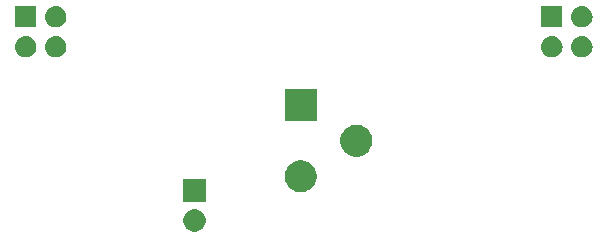
<source format=gbr>
G04 #@! TF.GenerationSoftware,KiCad,Pcbnew,(5.1.2)-2*
G04 #@! TF.CreationDate,2019-09-13T01:35:51-05:00*
G04 #@! TF.ProjectId,breadboard_power,62726561-6462-46f6-9172-645f706f7765,rev?*
G04 #@! TF.SameCoordinates,Original*
G04 #@! TF.FileFunction,Soldermask,Bot*
G04 #@! TF.FilePolarity,Negative*
%FSLAX46Y46*%
G04 Gerber Fmt 4.6, Leading zero omitted, Abs format (unit mm)*
G04 Created by KiCad (PCBNEW (5.1.2)-2) date 2019-09-13 01:35:51*
%MOMM*%
%LPD*%
G04 APERTURE LIST*
%ADD10C,0.100000*%
G04 APERTURE END LIST*
D10*
G36*
X44027338Y-42335738D02*
G01*
X44200373Y-42407412D01*
X44356100Y-42511465D01*
X44488535Y-42643900D01*
X44592588Y-42799627D01*
X44664262Y-42972662D01*
X44700800Y-43156354D01*
X44700800Y-43343646D01*
X44664262Y-43527338D01*
X44592588Y-43700373D01*
X44488535Y-43856100D01*
X44356100Y-43988535D01*
X44200373Y-44092588D01*
X44027338Y-44164262D01*
X43843646Y-44200800D01*
X43656354Y-44200800D01*
X43472662Y-44164262D01*
X43299627Y-44092588D01*
X43143900Y-43988535D01*
X43011465Y-43856100D01*
X42907412Y-43700373D01*
X42835738Y-43527338D01*
X42799200Y-43343646D01*
X42799200Y-43156354D01*
X42835738Y-42972662D01*
X42907412Y-42799627D01*
X43011465Y-42643900D01*
X43143900Y-42511465D01*
X43299627Y-42407412D01*
X43472662Y-42335738D01*
X43656354Y-42299200D01*
X43843646Y-42299200D01*
X44027338Y-42335738D01*
X44027338Y-42335738D01*
G37*
G36*
X44700800Y-41660800D02*
G01*
X42799200Y-41660800D01*
X42799200Y-39759200D01*
X44700800Y-39759200D01*
X44700800Y-41660800D01*
X44700800Y-41660800D01*
G37*
G36*
X53144014Y-38201110D02*
G01*
X53389843Y-38302936D01*
X53611086Y-38450766D01*
X53799234Y-38638914D01*
X53947064Y-38860157D01*
X54048890Y-39105986D01*
X54100800Y-39366958D01*
X54100800Y-39633042D01*
X54048890Y-39894014D01*
X53947064Y-40139843D01*
X53799234Y-40361086D01*
X53611086Y-40549234D01*
X53389843Y-40697064D01*
X53144014Y-40798890D01*
X52883042Y-40850800D01*
X52616958Y-40850800D01*
X52355986Y-40798890D01*
X52110157Y-40697064D01*
X51888914Y-40549234D01*
X51700766Y-40361086D01*
X51552936Y-40139843D01*
X51451110Y-39894014D01*
X51399200Y-39633042D01*
X51399200Y-39366958D01*
X51451110Y-39105986D01*
X51552936Y-38860157D01*
X51700766Y-38638914D01*
X51888914Y-38450766D01*
X52110157Y-38302936D01*
X52355986Y-38201110D01*
X52616958Y-38149200D01*
X52883042Y-38149200D01*
X53144014Y-38201110D01*
X53144014Y-38201110D01*
G37*
G36*
X57844014Y-35201110D02*
G01*
X58089843Y-35302936D01*
X58311086Y-35450766D01*
X58499234Y-35638914D01*
X58647064Y-35860157D01*
X58748890Y-36105986D01*
X58800800Y-36366958D01*
X58800800Y-36633042D01*
X58748890Y-36894014D01*
X58647064Y-37139843D01*
X58499234Y-37361086D01*
X58311086Y-37549234D01*
X58089843Y-37697064D01*
X57844014Y-37798890D01*
X57583042Y-37850800D01*
X57316958Y-37850800D01*
X57055986Y-37798890D01*
X56810157Y-37697064D01*
X56588914Y-37549234D01*
X56400766Y-37361086D01*
X56252936Y-37139843D01*
X56151110Y-36894014D01*
X56099200Y-36633042D01*
X56099200Y-36366958D01*
X56151110Y-36105986D01*
X56252936Y-35860157D01*
X56400766Y-35638914D01*
X56588914Y-35450766D01*
X56810157Y-35302936D01*
X57055986Y-35201110D01*
X57316958Y-35149200D01*
X57583042Y-35149200D01*
X57844014Y-35201110D01*
X57844014Y-35201110D01*
G37*
G36*
X54100800Y-34850800D02*
G01*
X51399200Y-34850800D01*
X51399200Y-32149200D01*
X54100800Y-32149200D01*
X54100800Y-34850800D01*
X54100800Y-34850800D01*
G37*
G36*
X76716584Y-27652233D02*
G01*
X76716587Y-27652234D01*
X76716588Y-27652234D01*
X76886389Y-27703743D01*
X76933861Y-27729117D01*
X77042881Y-27787389D01*
X77180044Y-27899956D01*
X77292611Y-28037119D01*
X77350883Y-28146139D01*
X77376257Y-28193611D01*
X77427766Y-28363412D01*
X77427767Y-28363416D01*
X77445159Y-28540000D01*
X77427767Y-28716584D01*
X77427766Y-28716587D01*
X77427766Y-28716588D01*
X77376257Y-28886389D01*
X77376256Y-28886390D01*
X77292611Y-29042881D01*
X77180044Y-29180044D01*
X77042881Y-29292611D01*
X76933861Y-29350883D01*
X76886389Y-29376257D01*
X76716588Y-29427766D01*
X76716587Y-29427766D01*
X76716584Y-29427767D01*
X76584255Y-29440800D01*
X76495745Y-29440800D01*
X76363416Y-29427767D01*
X76363413Y-29427766D01*
X76363412Y-29427766D01*
X76193611Y-29376257D01*
X76146139Y-29350883D01*
X76037119Y-29292611D01*
X75899956Y-29180044D01*
X75787389Y-29042881D01*
X75703744Y-28886390D01*
X75703743Y-28886389D01*
X75652234Y-28716588D01*
X75652234Y-28716587D01*
X75652233Y-28716584D01*
X75634841Y-28540000D01*
X75652233Y-28363416D01*
X75652234Y-28363412D01*
X75703743Y-28193611D01*
X75729117Y-28146139D01*
X75787389Y-28037119D01*
X75899956Y-27899956D01*
X76037119Y-27787389D01*
X76146139Y-27729117D01*
X76193611Y-27703743D01*
X76363412Y-27652234D01*
X76363413Y-27652234D01*
X76363416Y-27652233D01*
X76495745Y-27639200D01*
X76584255Y-27639200D01*
X76716584Y-27652233D01*
X76716584Y-27652233D01*
G37*
G36*
X74176584Y-27652233D02*
G01*
X74176587Y-27652234D01*
X74176588Y-27652234D01*
X74346389Y-27703743D01*
X74393861Y-27729117D01*
X74502881Y-27787389D01*
X74640044Y-27899956D01*
X74752611Y-28037119D01*
X74810883Y-28146139D01*
X74836257Y-28193611D01*
X74887766Y-28363412D01*
X74887767Y-28363416D01*
X74905159Y-28540000D01*
X74887767Y-28716584D01*
X74887766Y-28716587D01*
X74887766Y-28716588D01*
X74836257Y-28886389D01*
X74836256Y-28886390D01*
X74752611Y-29042881D01*
X74640044Y-29180044D01*
X74502881Y-29292611D01*
X74393861Y-29350883D01*
X74346389Y-29376257D01*
X74176588Y-29427766D01*
X74176587Y-29427766D01*
X74176584Y-29427767D01*
X74044255Y-29440800D01*
X73955745Y-29440800D01*
X73823416Y-29427767D01*
X73823413Y-29427766D01*
X73823412Y-29427766D01*
X73653611Y-29376257D01*
X73606139Y-29350883D01*
X73497119Y-29292611D01*
X73359956Y-29180044D01*
X73247389Y-29042881D01*
X73163744Y-28886390D01*
X73163743Y-28886389D01*
X73112234Y-28716588D01*
X73112234Y-28716587D01*
X73112233Y-28716584D01*
X73094841Y-28540000D01*
X73112233Y-28363416D01*
X73112234Y-28363412D01*
X73163743Y-28193611D01*
X73189117Y-28146139D01*
X73247389Y-28037119D01*
X73359956Y-27899956D01*
X73497119Y-27787389D01*
X73606139Y-27729117D01*
X73653611Y-27703743D01*
X73823412Y-27652234D01*
X73823413Y-27652234D01*
X73823416Y-27652233D01*
X73955745Y-27639200D01*
X74044255Y-27639200D01*
X74176584Y-27652233D01*
X74176584Y-27652233D01*
G37*
G36*
X29636584Y-27652233D02*
G01*
X29636587Y-27652234D01*
X29636588Y-27652234D01*
X29806389Y-27703743D01*
X29853861Y-27729117D01*
X29962881Y-27787389D01*
X30100044Y-27899956D01*
X30212611Y-28037119D01*
X30270883Y-28146139D01*
X30296257Y-28193611D01*
X30347766Y-28363412D01*
X30347767Y-28363416D01*
X30365159Y-28540000D01*
X30347767Y-28716584D01*
X30347766Y-28716587D01*
X30347766Y-28716588D01*
X30296257Y-28886389D01*
X30296256Y-28886390D01*
X30212611Y-29042881D01*
X30100044Y-29180044D01*
X29962881Y-29292611D01*
X29853861Y-29350883D01*
X29806389Y-29376257D01*
X29636588Y-29427766D01*
X29636587Y-29427766D01*
X29636584Y-29427767D01*
X29504255Y-29440800D01*
X29415745Y-29440800D01*
X29283416Y-29427767D01*
X29283413Y-29427766D01*
X29283412Y-29427766D01*
X29113611Y-29376257D01*
X29066139Y-29350883D01*
X28957119Y-29292611D01*
X28819956Y-29180044D01*
X28707389Y-29042881D01*
X28623744Y-28886390D01*
X28623743Y-28886389D01*
X28572234Y-28716588D01*
X28572234Y-28716587D01*
X28572233Y-28716584D01*
X28554841Y-28540000D01*
X28572233Y-28363416D01*
X28572234Y-28363412D01*
X28623743Y-28193611D01*
X28649117Y-28146139D01*
X28707389Y-28037119D01*
X28819956Y-27899956D01*
X28957119Y-27787389D01*
X29066139Y-27729117D01*
X29113611Y-27703743D01*
X29283412Y-27652234D01*
X29283413Y-27652234D01*
X29283416Y-27652233D01*
X29415745Y-27639200D01*
X29504255Y-27639200D01*
X29636584Y-27652233D01*
X29636584Y-27652233D01*
G37*
G36*
X32176584Y-27652233D02*
G01*
X32176587Y-27652234D01*
X32176588Y-27652234D01*
X32346389Y-27703743D01*
X32393861Y-27729117D01*
X32502881Y-27787389D01*
X32640044Y-27899956D01*
X32752611Y-28037119D01*
X32810883Y-28146139D01*
X32836257Y-28193611D01*
X32887766Y-28363412D01*
X32887767Y-28363416D01*
X32905159Y-28540000D01*
X32887767Y-28716584D01*
X32887766Y-28716587D01*
X32887766Y-28716588D01*
X32836257Y-28886389D01*
X32836256Y-28886390D01*
X32752611Y-29042881D01*
X32640044Y-29180044D01*
X32502881Y-29292611D01*
X32393861Y-29350883D01*
X32346389Y-29376257D01*
X32176588Y-29427766D01*
X32176587Y-29427766D01*
X32176584Y-29427767D01*
X32044255Y-29440800D01*
X31955745Y-29440800D01*
X31823416Y-29427767D01*
X31823413Y-29427766D01*
X31823412Y-29427766D01*
X31653611Y-29376257D01*
X31606139Y-29350883D01*
X31497119Y-29292611D01*
X31359956Y-29180044D01*
X31247389Y-29042881D01*
X31163744Y-28886390D01*
X31163743Y-28886389D01*
X31112234Y-28716588D01*
X31112234Y-28716587D01*
X31112233Y-28716584D01*
X31094841Y-28540000D01*
X31112233Y-28363416D01*
X31112234Y-28363412D01*
X31163743Y-28193611D01*
X31189117Y-28146139D01*
X31247389Y-28037119D01*
X31359956Y-27899956D01*
X31497119Y-27787389D01*
X31606139Y-27729117D01*
X31653611Y-27703743D01*
X31823412Y-27652234D01*
X31823413Y-27652234D01*
X31823416Y-27652233D01*
X31955745Y-27639200D01*
X32044255Y-27639200D01*
X32176584Y-27652233D01*
X32176584Y-27652233D01*
G37*
G36*
X30360800Y-26900800D02*
G01*
X28559200Y-26900800D01*
X28559200Y-25099200D01*
X30360800Y-25099200D01*
X30360800Y-26900800D01*
X30360800Y-26900800D01*
G37*
G36*
X32176584Y-25112233D02*
G01*
X32176587Y-25112234D01*
X32176588Y-25112234D01*
X32346389Y-25163743D01*
X32393861Y-25189117D01*
X32502881Y-25247389D01*
X32640044Y-25359956D01*
X32752611Y-25497119D01*
X32810883Y-25606139D01*
X32836257Y-25653611D01*
X32887766Y-25823412D01*
X32887767Y-25823416D01*
X32905159Y-26000000D01*
X32887767Y-26176584D01*
X32887766Y-26176587D01*
X32887766Y-26176588D01*
X32836257Y-26346389D01*
X32836256Y-26346390D01*
X32752611Y-26502881D01*
X32640044Y-26640044D01*
X32502881Y-26752611D01*
X32393861Y-26810883D01*
X32346389Y-26836257D01*
X32176588Y-26887766D01*
X32176587Y-26887766D01*
X32176584Y-26887767D01*
X32044255Y-26900800D01*
X31955745Y-26900800D01*
X31823416Y-26887767D01*
X31823413Y-26887766D01*
X31823412Y-26887766D01*
X31653611Y-26836257D01*
X31606139Y-26810883D01*
X31497119Y-26752611D01*
X31359956Y-26640044D01*
X31247389Y-26502881D01*
X31163744Y-26346390D01*
X31163743Y-26346389D01*
X31112234Y-26176588D01*
X31112234Y-26176587D01*
X31112233Y-26176584D01*
X31094841Y-26000000D01*
X31112233Y-25823416D01*
X31112234Y-25823412D01*
X31163743Y-25653611D01*
X31189117Y-25606139D01*
X31247389Y-25497119D01*
X31359956Y-25359956D01*
X31497119Y-25247389D01*
X31606139Y-25189117D01*
X31653611Y-25163743D01*
X31823412Y-25112234D01*
X31823413Y-25112234D01*
X31823416Y-25112233D01*
X31955745Y-25099200D01*
X32044255Y-25099200D01*
X32176584Y-25112233D01*
X32176584Y-25112233D01*
G37*
G36*
X74900800Y-26900800D02*
G01*
X73099200Y-26900800D01*
X73099200Y-25099200D01*
X74900800Y-25099200D01*
X74900800Y-26900800D01*
X74900800Y-26900800D01*
G37*
G36*
X76716584Y-25112233D02*
G01*
X76716587Y-25112234D01*
X76716588Y-25112234D01*
X76886389Y-25163743D01*
X76933861Y-25189117D01*
X77042881Y-25247389D01*
X77180044Y-25359956D01*
X77292611Y-25497119D01*
X77350883Y-25606139D01*
X77376257Y-25653611D01*
X77427766Y-25823412D01*
X77427767Y-25823416D01*
X77445159Y-26000000D01*
X77427767Y-26176584D01*
X77427766Y-26176587D01*
X77427766Y-26176588D01*
X77376257Y-26346389D01*
X77376256Y-26346390D01*
X77292611Y-26502881D01*
X77180044Y-26640044D01*
X77042881Y-26752611D01*
X76933861Y-26810883D01*
X76886389Y-26836257D01*
X76716588Y-26887766D01*
X76716587Y-26887766D01*
X76716584Y-26887767D01*
X76584255Y-26900800D01*
X76495745Y-26900800D01*
X76363416Y-26887767D01*
X76363413Y-26887766D01*
X76363412Y-26887766D01*
X76193611Y-26836257D01*
X76146139Y-26810883D01*
X76037119Y-26752611D01*
X75899956Y-26640044D01*
X75787389Y-26502881D01*
X75703744Y-26346390D01*
X75703743Y-26346389D01*
X75652234Y-26176588D01*
X75652234Y-26176587D01*
X75652233Y-26176584D01*
X75634841Y-26000000D01*
X75652233Y-25823416D01*
X75652234Y-25823412D01*
X75703743Y-25653611D01*
X75729117Y-25606139D01*
X75787389Y-25497119D01*
X75899956Y-25359956D01*
X76037119Y-25247389D01*
X76146139Y-25189117D01*
X76193611Y-25163743D01*
X76363412Y-25112234D01*
X76363413Y-25112234D01*
X76363416Y-25112233D01*
X76495745Y-25099200D01*
X76584255Y-25099200D01*
X76716584Y-25112233D01*
X76716584Y-25112233D01*
G37*
M02*

</source>
